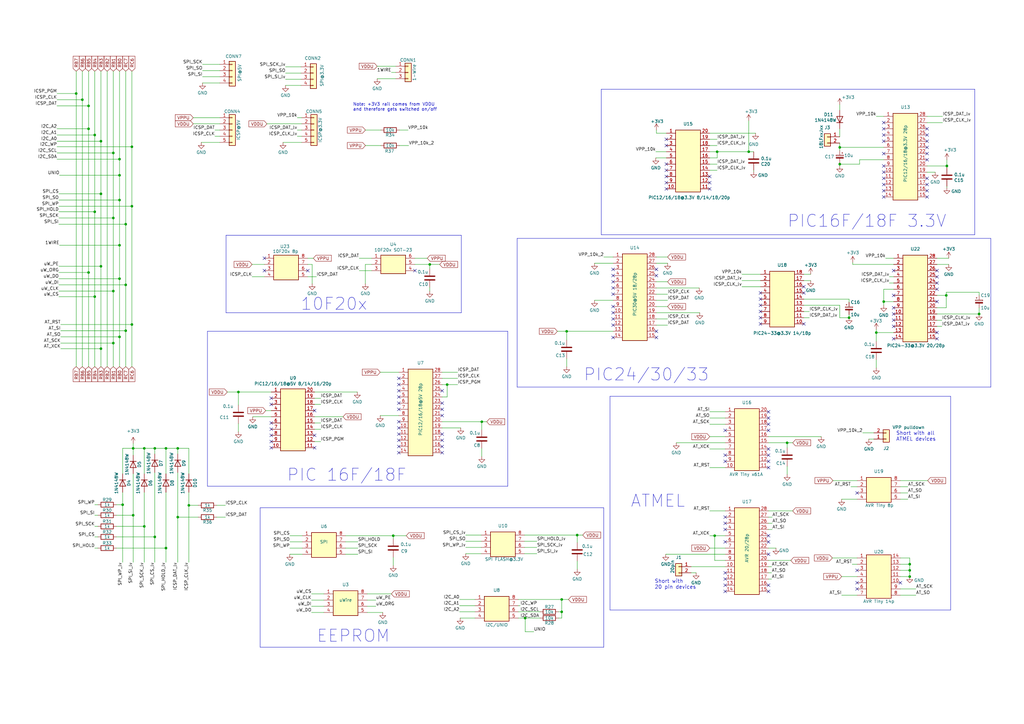
<source format=kicad_sch>
(kicad_sch (version 20230121) (generator eeschema)
  (paper "A3")
  (title_block (title "Openprog All-In-One") (date "2023-09-02") (rev "1.0") (company "by Stephen Gordon"))
  (junction (at 236.728 219.456))
  (junction (at 72.898 212.09))
  (junction (at 49.022 100.584))
  (junction (at 322.834 181.61))
  (junction (at 59.182 215.9))
  (junction (at 63.5 220.218))
  (junction (at 176.276 108.458))
  (junction (at 183.388 157.734))
  (junction (at 215.392 253.492))
  (junction (at 49.022 65.278))
  (junction (at 401.574 128.778))
  (junction (at 373.126 233.934))
  (junction (at 230.378 250.952))
  (junction (at 294.132 62.23))
  (junction (at 54.102 60.198))
  (junction (at 72.898 183.896))
  (junction (at 388.366 68.072))
  (junction (at 373.126 231.394))
  (junction (at 293.116 219.71))
  (junction (at 49.022 138.176))
  (junction (at 49.022 114.3))
  (junction (at 41.402 57.912))
  (junction (at 33.782 40.894))
  (junction (at 41.402 143.002))
  (junction (at 344.424 67.31))
  (junction (at 362.458 123.698))
  (junction (at 54.102 133.096))
  (junction (at 51.562 116.84))
  (junction (at 59.182 183.896))
  (junction (at 232.41 135.89))
  (junction (at 344.424 60.452))
  (junction (at 49.022 71.882))
  (junction (at 41.402 79.502))
  (junction (at 68.072 224.79))
  (junction (at 36.322 52.832))
  (junction (at 63.5 183.896))
  (junction (at 38.862 121.666))
  (junction (at 46.482 140.716))
  (junction (at 54.61 183.896))
  (junction (at 49.022 82.042))
  (junction (at 41.402 109.22))
  (junction (at 51.562 91.948))
  (junction (at 307.086 62.23))
  (junction (at 54.61 211.328))
  (junction (at 388.112 121.158))
  (junction (at 36.322 111.76))
  (junction (at 46.482 89.408))
  (junction (at 54.102 84.582))
  (junction (at 77.47 207.264))
  (junction (at 36.322 43.434))
  (junction (at 50.292 207.01))
  (junction (at 46.482 119.38))
  (junction (at 359.41 136.398))
  (junction (at 51.562 135.636))
  (junction (at 373.126 236.474))
  (junction (at 161.29 219.71))
  (junction (at 38.862 86.868))
  (junction (at 31.242 38.354))
  (junction (at 197.612 172.974))
  (junction (at 230.378 245.872))
  (junction (at 97.79 160.782))
  (junction (at 348.234 130.302))
  (junction (at 46.482 62.738))
  (junction (at 68.072 183.896))
  (junction (at 38.862 55.372))
  (no_connect (at 291.084 77.47))
  (no_connect (at 273.304 67.31))
  (no_connect (at 163.576 183.134))
  (no_connect (at 311.912 127.762))
  (no_connect (at 380.238 73.152))
  (no_connect (at 297.434 186.69))
  (no_connect (at 297.434 222.25))
  (no_connect (at 366.522 138.938))
  (no_connect (at 181.356 180.594))
  (no_connect (at 362.458 68.072))
  (no_connect (at 163.576 172.974))
  (no_connect (at 384.302 113.538))
  (no_connect (at 362.458 70.612))
  (no_connect (at 297.434 189.23))
  (no_connect (at 251.46 130.81))
  (no_connect (at 384.302 138.938))
  (no_connect (at 108.458 105.918))
  (no_connect (at 129.032 178.562))
  (no_connect (at 384.302 118.618))
  (no_connect (at 329.692 120.142))
  (no_connect (at 362.458 73.152))
  (no_connect (at 384.302 110.998))
  (no_connect (at 380.238 75.692))
  (no_connect (at 380.238 78.232))
  (no_connect (at 315.214 191.77))
  (no_connect (at 111.252 173.482))
  (no_connect (at 170.18 110.998))
  (no_connect (at 163.576 157.734))
  (no_connect (at 315.214 184.15))
  (no_connect (at 291.084 72.39))
  (no_connect (at 380.238 62.992))
  (no_connect (at 315.214 222.25))
  (no_connect (at 315.214 186.69))
  (no_connect (at 181.356 160.274))
  (no_connect (at 111.252 163.322))
  (no_connect (at 163.576 165.354))
  (no_connect (at 380.238 57.912))
  (no_connect (at 273.304 77.47))
  (no_connect (at 163.576 160.274))
  (no_connect (at 251.46 120.65))
  (no_connect (at 111.252 165.862))
  (no_connect (at 315.214 176.53))
  (no_connect (at 251.46 138.43))
  (no_connect (at 362.458 52.832))
  (no_connect (at 366.522 133.858))
  (no_connect (at 297.434 176.53))
  (no_connect (at 351.536 239.014))
  (no_connect (at 315.214 219.71))
  (no_connect (at 251.46 125.73))
  (no_connect (at 351.536 233.934))
  (no_connect (at 311.912 120.142))
  (no_connect (at 315.214 168.91))
  (no_connect (at 111.252 176.022))
  (no_connect (at 366.522 128.778))
  (no_connect (at 273.304 69.85))
  (no_connect (at 362.458 50.292))
  (no_connect (at 362.458 55.372))
  (no_connect (at 269.24 110.49))
  (no_connect (at 362.458 78.232))
  (no_connect (at 311.912 132.842))
  (no_connect (at 315.214 171.45))
  (no_connect (at 163.576 175.514))
  (no_connect (at 362.458 62.992))
  (no_connect (at 163.576 180.594))
  (no_connect (at 111.252 181.102))
  (no_connect (at 273.304 59.69))
  (no_connect (at 380.238 52.832))
  (no_connect (at 362.458 75.692))
  (no_connect (at 251.46 118.11))
  (no_connect (at 311.912 125.222))
  (no_connect (at 366.522 110.998))
  (no_connect (at 369.316 239.014))
  (no_connect (at 297.434 212.09))
  (no_connect (at 273.304 72.39))
  (no_connect (at 297.434 242.57))
  (no_connect (at 380.238 60.452))
  (no_connect (at 181.356 185.674))
  (no_connect (at 380.238 65.532))
  (no_connect (at 297.434 217.17))
  (no_connect (at 251.46 133.35))
  (no_connect (at 251.46 110.49))
  (no_connect (at 181.356 170.434))
  (no_connect (at 269.24 135.89))
  (no_connect (at 163.576 155.194))
  (no_connect (at 126.238 110.998))
  (no_connect (at 181.356 178.054))
  (no_connect (at 366.522 131.318))
  (no_connect (at 297.434 237.49))
  (no_connect (at 366.522 121.158))
  (no_connect (at 384.302 116.078))
  (no_connect (at 251.46 128.27))
  (no_connect (at 315.214 242.57))
  (no_connect (at 181.356 165.354))
  (no_connect (at 380.238 55.372))
  (no_connect (at 181.356 167.894))
  (no_connect (at 329.692 117.602))
  (no_connect (at 362.458 57.912))
  (no_connect (at 108.458 110.998))
  (no_connect (at 384.302 136.398))
  (no_connect (at 163.576 178.054))
  (no_connect (at 311.912 122.682))
  (no_connect (at 129.032 183.642))
  (no_connect (at 362.458 80.772))
  (no_connect (at 366.522 126.238))
  (no_connect (at 380.238 80.772))
  (no_connect (at 181.356 183.134))
  (no_connect (at 163.576 167.894))
  (no_connect (at 163.576 162.814))
  (no_connect (at 269.24 113.03))
  (no_connect (at 129.032 168.402))
  (no_connect (at 273.304 57.15))
  (no_connect (at 351.536 241.554))
  (no_connect (at 311.912 130.302))
  (no_connect (at 315.214 240.03))
  (no_connect (at 163.576 185.674))
  (no_connect (at 273.304 74.93))
  (no_connect (at 297.434 240.03))
  (no_connect (at 351.536 202.184))
  (no_connect (at 315.214 227.33))
  (no_connect (at 291.084 74.93))
  (no_connect (at 329.692 132.842))
  (no_connect (at 297.434 234.95))
  (no_connect (at 111.252 178.562))
  (no_connect (at 111.252 183.642))
  (no_connect (at 315.214 189.23))
  (no_connect (at 315.214 173.99))
  (no_connect (at 251.46 113.03))
  (no_connect (at 297.434 214.63))
  (no_connect (at 269.24 138.43))
  (no_connect (at 251.46 115.57))
  (no_connect (at 384.302 123.698))
  (wire (pts (xy 230.378 245.872) (xy 230.378 250.952)))
  (wire (pts (xy 161.29 219.71) (xy 161.29 220.98)))
  (wire (pts (xy 156.21 59.69) (xy 149.86 59.69)))
  (wire (pts (xy 88.9 207.264) (xy 92.456 207.264)))
  (wire (pts (xy 344.424 58.674) (xy 344.424 60.452)))
  (wire (pts (xy 369.316 202.184) (xy 372.364 202.184)))
  (wire (pts (xy 41.402 79.502) (xy 41.402 109.22)))
  (wire (pts (xy 349.504 231.394) (xy 351.536 231.394)))
  (wire (pts (xy 243.84 107.95) (xy 251.46 107.95)))
  (wire (pts (xy 362.458 123.698) (xy 366.522 123.698)))
  (wire (pts (xy 352.552 67.31) (xy 352.552 65.532)))
  (wire (pts (xy 369.316 231.394) (xy 373.126 231.394)))
  (wire (pts (xy 46.482 89.408) (xy 46.482 62.738)))
  (wire (pts (xy 369.316 236.474) (xy 373.126 236.474)))
  (wire (pts (xy 129.032 165.862) (xy 131.572 165.862)))
  (wire (pts (xy 318.262 224.79) (xy 315.214 224.79)))
  (wire (pts (xy 197.612 183.896) (xy 197.612 187.198)))
  (wire (pts (xy 273.812 107.95) (xy 269.24 107.95)))
  (wire (pts (xy 344.424 125.222) (xy 344.424 130.302)))
  (wire (pts (xy 77.47 183.896) (xy 77.47 194.31)))
  (wire (pts (xy 24.13 116.84) (xy 51.562 116.84)))
  (wire (pts (xy 344.424 42.926) (xy 344.424 45.212)))
  (wire (pts (xy 63.5 193.802) (xy 63.5 220.218)))
  (wire (pts (xy 72.898 212.09) (xy 72.898 230.632)))
  (wire (pts (xy 388.112 121.158) (xy 384.302 121.158)))
  (wire (pts (xy 329.692 125.222) (xy 344.424 125.222)))
  (wire (pts (xy 121.92 53.34) (xy 123.698 53.34)))
  (wire (pts (xy 49.022 71.882) (xy 49.022 65.278)))
  (wire (pts (xy 63.5 220.218) (xy 63.5 230.632)))
  (wire (pts (xy 59.182 201.93) (xy 59.182 215.9)))
  (wire (pts (xy 123.952 219.71) (xy 118.872 219.71)))
  (wire (pts (xy 315.214 217.17) (xy 316.738 217.17)))
  (wire (pts (xy 228.6 135.89) (xy 232.41 135.89)))
  (wire (pts (xy 50.292 201.93) (xy 50.292 207.01)))
  (wire (pts (xy 41.402 109.22) (xy 41.402 143.002)))
  (wire (pts (xy 23.368 40.894) (xy 33.782 40.894)))
  (wire (pts (xy 380.238 50.292) (xy 386.588 50.292)))
  (wire (pts (xy 72.898 183.896) (xy 72.898 186.182)))
  (wire (pts (xy 68.072 183.896) (xy 72.898 183.896)))
  (wire (pts (xy 194.818 250.952) (xy 188.468 250.952)))
  (wire (pts (xy 132.842 243.586) (xy 127.762 243.586)))
  (wire (pts (xy 54.102 84.582) (xy 54.102 133.096)))
  (wire (pts (xy 121.92 48.26) (xy 123.698 48.26)))
  (wire (pts (xy 329.692 122.682) (xy 348.234 122.682)))
  (wire (pts (xy 82.55 58.42) (xy 90.17 58.42)))
  (wire (pts (xy 176.276 108.458) (xy 180.34 108.458)))
  (wire (pts (xy 24.13 82.042) (xy 49.022 82.042)))
  (wire (pts (xy 291.084 224.79) (xy 297.434 224.79)))
  (wire (pts (xy 68.072 183.896) (xy 68.072 194.31)))
  (wire (pts (xy 38.862 121.666) (xy 38.862 150.368)))
  (wire (pts (xy 129.032 160.782) (xy 146.558 160.782)))
  (wire (pts (xy 132.842 246.126) (xy 127.762 246.126)))
  (wire (pts (xy 181.356 155.194) (xy 187.706 155.194)))
  (wire (pts (xy 79.248 48.26) (xy 90.17 48.26)))
  (wire (pts (xy 351.536 204.724) (xy 345.186 204.724)))
  (wire (pts (xy 116.078 58.42) (xy 123.698 58.42)))
  (wire (pts (xy 311.912 112.522) (xy 304.292 112.522)))
  (wire (pts (xy 123.444 27.432) (xy 117.094 27.432)))
  (wire (pts (xy 150.622 251.206) (xy 156.972 251.206)))
  (polyline (pts (xy 246.634 36.576) (xy 399.796 36.576)))
  (wire (pts (xy 348.996 199.644) (xy 351.536 199.644)))
  (wire (pts (xy 23.368 43.434) (xy 36.322 43.434)))
  (wire (pts (xy 212.598 250.952) (xy 221.488 250.952)))
  (wire (pts (xy 47.752 220.218) (xy 63.5 220.218)))
  (wire (pts (xy 344.424 67.31) (xy 344.424 68.072)))
  (wire (pts (xy 90.17 34.036) (xy 83.058 34.036)))
  (wire (pts (xy 194.818 245.872) (xy 188.468 245.872)))
  (wire (pts (xy 215.138 227.076) (xy 220.218 227.076)))
  (wire (pts (xy 269.24 120.65) (xy 273.812 120.65)))
  (wire (pts (xy 213.36 248.412) (xy 212.598 248.412)))
  (wire (pts (xy 388.112 119.888) (xy 388.112 121.158)))
  (wire (pts (xy 197.612 172.974) (xy 197.612 176.276)))
  (wire (pts (xy 315.214 212.09) (xy 316.738 212.09)))
  (wire (pts (xy 294.132 62.23) (xy 294.132 64.77)))
  (wire (pts (xy 126.238 108.458) (xy 128.016 108.458)))
  (wire (pts (xy 294.132 62.23) (xy 307.086 62.23)))
  (wire (pts (xy 291.084 67.31) (xy 294.132 67.31)))
  (wire (pts (xy 155.956 152.654) (xy 163.576 152.654)))
  (wire (pts (xy 229.108 250.952) (xy 230.378 250.952)))
  (wire (pts (xy 49.022 100.584) (xy 24.384 100.584)))
  (wire (pts (xy 351.536 244.094) (xy 345.186 244.094)))
  (polyline (pts (xy 92.71 128.27) (xy 92.71 96.52)))
  (wire (pts (xy 81.28 212.09) (xy 72.898 212.09)))
  (wire (pts (xy 197.358 221.996) (xy 191.008 221.996)))
  (wire (pts (xy 344.424 60.452) (xy 344.424 61.722)))
  (wire (pts (xy 90.17 28.956) (xy 83.058 28.956)))
  (wire (pts (xy 344.424 60.452) (xy 362.458 60.452)))
  (wire (pts (xy 46.482 62.738) (xy 46.482 29.21)))
  (wire (pts (xy 108.966 168.402) (xy 111.252 168.402)))
  (wire (pts (xy 283.464 234.95) (xy 285.496 234.95)))
  (wire (pts (xy 236.728 219.456) (xy 236.728 222.504)))
  (wire (pts (xy 54.61 183.896) (xy 59.182 183.896)))
  (wire (pts (xy 369.316 199.644) (xy 372.364 199.644)))
  (wire (pts (xy 175.26 105.918) (xy 170.18 105.918)))
  (wire (pts (xy 40.132 211.328) (xy 38.862 211.328)))
  (wire (pts (xy 40.132 207.01) (xy 38.862 207.01)))
  (polyline (pts (xy 250.19 162.56) (xy 250.19 250.19)))
  (wire (pts (xy 230.378 245.872) (xy 233.172 245.872)))
  (wire (pts (xy 230.378 250.952) (xy 230.378 253.492)))
  (wire (pts (xy 141.732 224.79) (xy 146.812 224.79)))
  (wire (pts (xy 38.862 86.868) (xy 38.862 121.666)))
  (wire (pts (xy 123.952 222.25) (xy 118.872 222.25)))
  (wire (pts (xy 324.358 229.87) (xy 315.214 229.87)))
  (wire (pts (xy 380.238 68.072) (xy 388.366 68.072)))
  (wire (pts (xy 344.424 67.31) (xy 352.552 67.31)))
  (wire (pts (xy 344.424 52.832) (xy 344.424 56.134)))
  (wire (pts (xy 369.316 197.104) (xy 380.492 197.104)))
  (wire (pts (xy 163.83 59.69) (xy 167.64 59.69)))
  (wire (pts (xy 359.41 135.128) (xy 359.41 136.398)))
  (wire (pts (xy 129.032 181.102) (xy 131.572 181.102)))
  (wire (pts (xy 170.18 108.458) (xy 176.276 108.458)))
  (wire (pts (xy 24.892 135.636) (xy 51.562 135.636)))
  (wire (pts (xy 329.692 115.062) (xy 332.486 115.062)))
  (wire (pts (xy 63.5 183.896) (xy 63.5 186.182)))
  (wire (pts (xy 23.368 55.372) (xy 38.862 55.372)))
  (wire (pts (xy 291.084 171.45) (xy 297.434 171.45)))
  (wire (pts (xy 24.892 133.096) (xy 54.102 133.096)))
  (wire (pts (xy 49.022 100.584) (xy 49.022 82.042)))
  (wire (pts (xy 162.306 27.178) (xy 154.686 27.178)))
  (wire (pts (xy 152.4 110.998) (xy 147.32 110.998)))
  (wire (pts (xy 33.782 29.21) (xy 33.782 40.894)))
  (wire (pts (xy 341.63 197.104) (xy 351.536 197.104)))
  (wire (pts (xy 162.306 32.258) (xy 154.686 32.258)))
  (wire (pts (xy 181.356 172.974) (xy 197.612 172.974)))
  (wire (pts (xy 325.12 209.55) (xy 315.214 209.55)))
  (wire (pts (xy 401.574 119.888) (xy 388.112 119.888)))
  (wire (pts (xy 341.376 228.854) (xy 351.536 228.854)))
  (polyline (pts (xy 92.71 96.52) (xy 189.23 96.52)))
  (polyline (pts (xy 247.65 208.28) (xy 247.65 265.43)))
  (wire (pts (xy 277.368 181.61) (xy 297.434 181.61)))
  (wire (pts (xy 123.952 224.79) (xy 118.872 224.79)))
  (wire (pts (xy 369.316 244.094) (xy 375.666 244.094)))
  (wire (pts (xy 47.752 224.79) (xy 68.072 224.79)))
  (wire (pts (xy 51.562 116.84) (xy 51.562 135.636)))
  (wire (pts (xy 307.086 49.53) (xy 307.086 62.23)))
  (wire (pts (xy 215.392 253.492) (xy 221.488 253.492)))
  (wire (pts (xy 388.112 121.158) (xy 388.112 126.238)))
  (wire (pts (xy 31.242 29.21) (xy 31.242 38.354)))
  (wire (pts (xy 24.13 119.38) (xy 46.482 119.38)))
  (wire (pts (xy 23.368 57.912) (xy 41.402 57.912)))
  (wire (pts (xy 24.13 109.22) (xy 41.402 109.22)))
  (wire (pts (xy 72.898 193.802) (xy 72.898 212.09)))
  (wire (pts (xy 43.942 29.21) (xy 43.942 150.368)))
  (wire (pts (xy 161.29 228.6) (xy 161.29 231.902)))
  (wire (pts (xy 297.434 173.99) (xy 291.084 173.99)))
  (wire (pts (xy 46.482 140.716) (xy 24.892 140.716)))
  (wire (pts (xy 212.598 253.492) (xy 215.392 253.492)))
  (wire (pts (xy 359.41 136.398) (xy 366.522 136.398)))
  (wire (pts (xy 373.126 233.934) (xy 373.126 236.474)))
  (wire (pts (xy 47.752 215.9) (xy 59.182 215.9)))
  (wire (pts (xy 117.094 32.512) (xy 123.444 32.512)))
  (wire (pts (xy 36.322 111.76) (xy 36.322 150.368)))
  (wire (pts (xy 232.41 147.066) (xy 232.41 150.368)))
  (wire (pts (xy 31.242 38.354) (xy 31.242 150.368)))
  (wire (pts (xy 359.41 136.398) (xy 359.41 139.954)))
  (wire (pts (xy 380.238 70.612) (xy 383.54 70.612)))
  (wire (pts (xy 247.65 105.41) (xy 251.46 105.41)))
  (wire (pts (xy 54.61 194.31) (xy 54.61 211.328)))
  (wire (pts (xy 54.61 211.328) (xy 54.61 230.632)))
  (wire (pts (xy 356.362 180.086) (xy 358.394 180.086)))
  (wire (pts (xy 24.13 91.948) (xy 51.562 91.948)))
  (wire (pts (xy 47.752 207.01) (xy 50.292 207.01)))
  (wire (pts (xy 187.706 152.654) (xy 181.356 152.654)))
  (wire (pts (xy 108.458 113.538) (xy 103.378 113.538)))
  (wire (pts (xy 316.738 214.63) (xy 315.214 214.63)))
  (wire (pts (xy 41.402 79.502) (xy 41.402 57.912)))
  (wire (pts (xy 141.732 222.25) (xy 146.812 222.25)))
  (wire (pts (xy 373.126 228.854) (xy 373.126 231.394)))
  (wire (pts (xy 54.102 60.198) (xy 54.102 29.21)))
  (wire (pts (xy 181.356 157.734) (xy 183.388 157.734)))
  (wire (pts (xy 33.782 40.894) (xy 33.782 150.368)))
  (wire (pts (xy 36.322 43.434) (xy 36.322 52.832)))
  (wire (pts (xy 111.252 170.942) (xy 103.632 170.942)))
  (wire (pts (xy 24.13 84.582) (xy 54.102 84.582)))
  (wire (pts (xy 273.304 62.23) (xy 268.986 62.23)))
  (wire (pts (xy 297.434 219.71) (xy 293.116 219.71)))
  (wire (pts (xy 401.574 119.888) (xy 401.574 121.158)))
  (wire (pts (xy 129.032 170.942) (xy 140.716 170.942)))
  (wire (pts (xy 230.378 253.492) (xy 229.108 253.492)))
  (wire (pts (xy 40.132 215.9) (xy 38.862 215.9)))
  (wire (pts (xy 194.818 248.412) (xy 188.468 248.412)))
  (wire (pts (xy 23.368 52.832) (xy 36.322 52.832)))
  (wire (pts (xy 129.032 163.322) (xy 131.572 163.322)))
  (wire (pts (xy 183.388 162.814) (xy 181.356 162.814)))
  (polyline (pts (xy 406.4 158.75) (xy 212.09 158.75)))
  (wire (pts (xy 51.562 29.21) (xy 51.562 91.948)))
  (wire (pts (xy 273.05 227.33) (xy 297.434 227.33)))
  (wire (pts (xy 215.138 224.536) (xy 220.218 224.536)))
  (wire (pts (xy 126.238 105.918) (xy 128.524 105.918)))
  (wire (pts (xy 24.384 71.882) (xy 49.022 71.882)))
  (wire (pts (xy 293.116 229.87) (xy 297.434 229.87)))
  (wire (pts (xy 123.444 29.972) (xy 117.094 29.972)))
  (wire (pts (xy 129.032 173.482) (xy 131.572 173.482)))
  (wire (pts (xy 297.434 184.15) (xy 291.084 184.15)))
  (wire (pts (xy 329.692 130.302) (xy 331.978 130.302)))
  (wire (pts (xy 49.022 100.584) (xy 49.022 114.3)))
  (wire (pts (xy 54.102 133.096) (xy 54.102 150.368)))
  (wire (pts (xy 183.388 157.734) (xy 187.706 157.734)))
  (wire (pts (xy 215.392 253.492) (xy 215.392 259.08)))
  (wire (pts (xy 141.732 219.71) (xy 161.29 219.71)))
  (wire (pts (xy 291.084 59.69) (xy 294.132 59.69)))
  (wire (pts (xy 59.182 183.896) (xy 63.5 183.896)))
  (wire (pts (xy 155.956 170.434) (xy 163.576 170.434)))
  (wire (pts (xy 150.622 246.126) (xy 154.178 246.126)))
  (wire (pts (xy 215.138 219.456) (xy 236.728 219.456)))
  (wire (pts (xy 273.812 115.57) (xy 269.24 115.57)))
  (wire (pts (xy 197.358 224.536) (xy 191.008 224.536)))
  (wire (pts (xy 291.084 69.85) (xy 294.132 69.85)))
  (wire (pts (xy 293.116 219.71) (xy 291.084 219.71)))
  (wire (pts (xy 291.084 62.23) (xy 294.132 62.23)))
  (wire (pts (xy 322.834 181.61) (xy 315.214 181.61)))
  (wire (pts (xy 212.598 245.872) (xy 230.378 245.872)))
  (wire (pts (xy 176.276 108.458) (xy 176.276 110.236)))
  (wire (pts (xy 273.304 54.61) (xy 269.24 54.61)))
  (wire (pts (xy 283.464 232.41) (xy 297.434 232.41)))
  (wire (pts (xy 362.458 118.618) (xy 362.458 123.698)))
  (wire (pts (xy 364.744 116.078) (xy 366.522 116.078)))
  (wire (pts (xy 322.834 181.61) (xy 322.834 183.642)))
  (wire (pts (xy 23.368 60.198) (xy 54.102 60.198)))
  (wire (pts (xy 345.186 236.474) (xy 351.536 236.474)))
  (polyline (pts (xy 85.09 199.39) (xy 85.09 135.89)))
  (wire (pts (xy 349.758 107.696) (xy 349.758 108.458)))
  (wire (pts (xy 388.366 76.454) (xy 388.366 76.962)))
  (wire (pts (xy 24.892 143.002) (xy 41.402 143.002)))
  (wire (pts (xy 121.92 55.88) (xy 123.698 55.88)))
  (wire (pts (xy 197.358 227.076) (xy 191.008 227.076)))
  (polyline (pts (xy 389.89 162.56) (xy 250.19 162.56)))
  (wire (pts (xy 183.388 157.734) (xy 183.388 162.814)))
  (wire (pts (xy 24.13 111.76) (xy 36.322 111.76)))
  (wire (pts (xy 286.766 118.11) (xy 269.24 118.11)))
  (wire (pts (xy 273.812 123.19) (xy 269.24 123.19)))
  (wire (pts (xy 373.126 231.394) (xy 373.126 233.934)))
  (polyline (pts (xy 406.4 97.79) (xy 406.4 158.75)))
  (wire (pts (xy 291.084 179.07) (xy 297.434 179.07)))
  (wire (pts (xy 46.482 89.408) (xy 46.482 119.38)))
  (wire (pts (xy 336.804 179.07) (xy 315.214 179.07)))
  (wire (pts (xy 132.842 248.666) (xy 127.762 248.666)))
  (wire (pts (xy 49.022 65.278) (xy 49.022 29.21)))
  (wire (pts (xy 38.862 220.218) (xy 40.132 220.218)))
  (wire (pts (xy 93.218 160.782) (xy 97.79 160.782)))
  (wire (pts (xy 77.47 207.264) (xy 77.47 230.632)))
  (wire (pts (xy 129.794 113.538) (xy 126.238 113.538)))
  (wire (pts (xy 366.522 113.538) (xy 364.744 113.538)))
  (wire (pts (xy 163.83 53.34) (xy 167.386 53.34)))
  (polyline (pts (xy 106.68 208.28) (xy 247.65 208.28)))
  (polyline (pts (xy 106.68 265.43) (xy 106.68 208.28)))
  (wire (pts (xy 291.084 64.77) (xy 294.132 64.77)))
  (wire (pts (xy 316.484 234.95) (xy 315.214 234.95)))
  (wire (pts (xy 388.366 68.834) (xy 388.366 68.072)))
  (wire (pts (xy 293.116 229.87) (xy 293.116 219.71)))
  (wire (pts (xy 77.47 207.264) (xy 81.28 207.264)))
  (wire (pts (xy 46.482 119.38) (xy 46.482 140.716)))
  (wire (pts (xy 128.016 116.332) (xy 128.016 108.458)))
  (wire (pts (xy 369.316 204.724) (xy 372.364 204.724)))
  (wire (pts (xy 23.368 62.738) (xy 46.482 62.738)))
  (wire (pts (xy 304.292 117.602) (xy 311.912 117.602)))
  (wire (pts (xy 129.032 176.022) (xy 131.572 176.022)))
  (wire (pts (xy 273.812 105.41) (xy 269.24 105.41)))
  (wire (pts (xy 344.424 130.302) (xy 348.234 130.302)))
  (polyline (pts (xy 208.28 199.39) (xy 85.09 199.39)))
  (wire (pts (xy 369.316 233.934) (xy 373.126 233.934)))
  (wire (pts (xy 41.402 143.002) (xy 41.402 150.368)))
  (wire (pts (xy 88.138 55.88) (xy 90.17 55.88)))
  (wire (pts (xy 161.29 219.71) (xy 166.624 219.71)))
  (wire (pts (xy 90.17 31.496) (xy 83.058 31.496)))
  (polyline (pts (xy 399.796 96.266) (xy 246.634 96.266)))
  (wire (pts (xy 236.728 230.124) (xy 236.728 233.426)))
  (wire (pts (xy 307.086 62.23) (xy 309.118 62.23)))
  (wire (pts (xy 388.112 126.238) (xy 384.302 126.238)))
  (wire (pts (xy 359.41 147.574) (xy 359.41 150.876)))
  (polyline (pts (xy 250.19 250.19) (xy 389.89 250.19)))
  (wire (pts (xy 322.834 181.61) (xy 325.12 181.61)))
  (wire (pts (xy 36.322 52.832) (xy 36.322 111.76)))
  (wire (pts (xy 97.79 173.736) (xy 97.79 177.038)))
  (wire (pts (xy 269.24 53.34) (xy 269.24 54.61)))
  (polyline (pts (xy 399.796 36.576) (xy 399.796 96.266)))
  (wire (pts (xy 269.24 130.81) (xy 273.812 130.81)))
  (wire (pts (xy 36.322 29.21) (xy 36.322 43.434)))
  (wire (pts (xy 47.752 211.328) (xy 54.61 211.328)))
  (wire (pts (xy 149.86 53.34) (xy 156.21 53.34)))
  (wire (pts (xy 359.41 47.752) (xy 362.458 47.752)))
  (wire (pts (xy 362.458 118.618) (xy 366.522 118.618)))
  (wire (pts (xy 297.434 168.91) (xy 291.084 168.91)))
  (wire (pts (xy 79.248 50.8) (xy 90.17 50.8)))
  (wire (pts (xy 68.072 201.93) (xy 68.072 224.79)))
  (wire (pts (xy 150.622 243.586) (xy 160.528 243.586)))
  (polyline (pts (xy 246.634 96.266) (xy 246.634 36.576)))
  (wire (pts (xy 273.304 64.77) (xy 268.986 64.77)))
  (wire (pts (xy 54.61 181.864) (xy 54.61 183.896)))
  (wire (pts (xy 123.952 227.33) (xy 118.872 227.33)))
  (polyline (pts (xy 208.28 135.89) (xy 208.28 199.39)))
  (wire (pts (xy 59.182 183.896) (xy 59.182 194.31)))
  (wire (pts (xy 273.812 133.35) (xy 269.24 133.35)))
  (wire (pts (xy 363.22 105.918) (xy 366.522 105.918)))
  (wire (pts (xy 352.552 65.532) (xy 362.458 65.532)))
  (wire (pts (xy 24.13 114.3) (xy 49.022 114.3)))
  (wire (pts (xy 63.5 183.896) (xy 68.072 183.896)))
  (wire (pts (xy 315.214 237.49) (xy 316.484 237.49)))
  (wire (pts (xy 72.898 183.896) (xy 77.47 183.896)))
  (wire (pts (xy 304.292 115.062) (xy 311.912 115.062)))
  (wire (pts (xy 309.118 69.85) (xy 309.118 70.358)))
  (wire (pts (xy 46.482 140.716) (xy 46.482 150.368)))
  (wire (pts (xy 51.562 91.948) (xy 51.562 116.84)))
  (wire (pts (xy 215.138 221.996) (xy 220.218 221.996)))
  (wire (pts (xy 77.47 201.93) (xy 77.47 207.264)))
  (wire (pts (xy 24.13 79.502) (xy 41.402 79.502)))
  (wire (pts (xy 41.402 29.21) (xy 41.402 57.912)))
  (wire (pts (xy 90.17 26.416) (xy 83.058 26.416)))
  (polyline (pts (xy 389.89 162.56) (xy 389.89 250.19)))
  (wire (pts (xy 291.084 54.61) (xy 309.88 54.61)))
  (wire (pts (xy 49.022 114.3) (xy 49.022 138.176)))
  (wire (pts (xy 362.458 125.222) (xy 362.458 123.698)))
  (wire (pts (xy 88.138 53.34) (xy 90.17 53.34)))
  (wire (pts (xy 329.692 127.762) (xy 331.978 127.762)))
  (wire (pts (xy 49.022 82.042) (xy 49.022 71.882)))
  (wire (pts (xy 24.13 89.408) (xy 46.482 89.408)))
  (wire (pts (xy 23.368 38.354) (xy 31.242 38.354)))
  (wire (pts (xy 344.424 66.802) (xy 344.424 67.31)))
  (polyline (pts (xy 212.09 158.75) (xy 212.09 97.79)))
  (wire (pts (xy 232.41 135.89) (xy 232.41 139.446)))
  (wire (pts (xy 97.79 160.782) (xy 97.79 166.116)))
  (wire (pts (xy 384.302 108.458) (xy 389.128 108.458)))
  (wire (pts (xy 38.862 29.21) (xy 38.862 55.372)))
  (wire (pts (xy 50.292 183.896) (xy 54.61 183.896)))
  (wire (pts (xy 97.79 160.782) (xy 111.252 160.782)))
  (wire (pts (xy 162.306 29.718) (xy 160.528 29.718)))
  (wire (pts (xy 269.24 128.27) (xy 287.02 128.27)))
  (wire (pts (xy 384.302 131.318) (xy 386.334 131.318)))
  (wire (pts (xy 152.4 105.918) (xy 147.32 105.918)))
  (wire (pts (xy 109.474 50.8) (xy 123.698 50.8)))
  (wire (pts (xy 291.084 209.55) (xy 297.434 209.55)))
  (wire (pts (xy 188.976 175.514) (xy 181.356 175.514)))
  (wire (pts (xy 50.292 194.31) (xy 50.292 183.896)))
  (wire (pts (xy 23.368 65.278) (xy 49.022 65.278)))
  (wire (pts (xy 40.132 224.79) (xy 38.862 224.79)))
  (wire (pts (xy 315.214 232.41) (xy 316.484 232.41)))
  (polyline (pts (xy 212.09 97.79) (xy 406.4 97.79)))
  (wire (pts (xy 369.316 228.854) (xy 373.126 228.854)))
  (polyline (pts (xy 247.65 265.43) (xy 106.68 265.43)))
  (wire (pts (xy 384.302 133.858) (xy 386.334 133.858)))
  (wire (pts (xy 401.574 126.238) (xy 401.574 128.778)))
  (wire (pts (xy 49.022 138.176) (xy 49.022 150.368)))
  (wire (pts (xy 54.102 84.582) (xy 54.102 60.198)))
  (wire (pts (xy 150.622 248.666) (xy 154.178 248.666)))
  (wire (pts (xy 199.644 172.974) (xy 197.612 172.974)))
  (wire (pts (xy 54.61 183.896) (xy 54.61 186.69)))
  (wire (pts (xy 117.094 35.052) (xy 123.444 35.052)))
  (wire (pts (xy 92.456 212.09) (xy 88.9 212.09)))
  (wire (pts (xy 388.366 65.532) (xy 388.366 68.072)))
  (wire (pts (xy 51.562 135.636) (xy 51.562 150.368)))
  (wire (pts (xy 353.822 177.546) (xy 358.394 177.546)))
  (wire (pts (xy 149.86 116.332) (xy 149.86 108.458)))
  (wire (pts (xy 369.316 241.554) (xy 375.666 241.554)))
  (wire (pts (xy 384.302 128.778) (xy 401.574 128.778)))
  (wire (pts (xy 322.834 191.262) (xy 322.834 194.564)))
  (polyline (pts (xy 189.23 128.27) (xy 92.71 128.27)))
  (wire (pts (xy 348.234 129.032) (xy 348.234 130.302)))
  (wire (pts (xy 50.292 207.01) (xy 50.292 230.632)))
  (wire (pts (xy 349.758 108.458) (xy 366.522 108.458)))
  (wire (pts (xy 243.84 123.19) (xy 251.46 123.19)))
  (wire (pts (xy 348.234 122.682) (xy 348.234 123.952)))
  (wire (pts (xy 232.41 135.89) (xy 251.46 135.89)))
  (wire (pts (xy 149.86 108.458) (xy 152.4 108.458)))
  (polyline (pts (xy 189.23 96.52) (xy 189.23 128.27)))
  (wire (pts (xy 386.588 47.752) (xy 380.238 47.752)))
  (wire (pts (xy 108.458 108.458) (xy 103.378 108.458)))
  (wire (pts (xy 291.084 191.77) (xy 297.434 191.77)))
  (wire (pts (xy 141.732 227.33) (xy 146.812 227.33)))
  (wire (pts (xy 38.862 86.868) (xy 38.862 55.372)))
  (wire (pts (xy 329.692 112.522) (xy 332.486 112.522)))
  (wire (pts (xy 291.084 57.15) (xy 294.132 57.15)))
  (wire (pts (xy 24.13 121.666) (xy 38.862 121.666)))
  (wire (pts (xy 24.13 86.868) (xy 38.862 86.868)))
  (wire (pts (xy 132.842 251.206) (xy 127.762 251.206)))
  (polyline (pts (xy 85.09 135.89) (xy 208.28 135.89)))
  (wire (pts (xy 188.722 253.492) (xy 194.818 253.492)))
  (wire (pts (xy 24.892 138.176) (xy 49.022 138.176)))
  (wire (pts (xy 389.128 105.918) (xy 384.302 105.918)))
  (wire (pts (xy 68.072 224.79) (xy 68.072 230.632)))
  (wire (pts (xy 197.358 219.456) (xy 191.008 219.456)))
  (wire (pts (xy 273.812 125.73) (xy 269.24 125.73)))
  (wire (pts (xy 59.182 215.9) (xy 59.182 230.632)))
  (wire (pts (xy 215.392 259.08) (xy 218.948 259.08)))
  (wire (pts (xy 176.276 117.856) (xy 176.276 119.38)))
  (wire (pts (xy 239.014 219.456) (xy 236.728 219.456)))
  (text "Short with all\nATMEL devices" (at 367.538 181.102 0) (effects (font (size 1.4986 1.4986)) (justify left bottom)))
  (text "Note: +3V3 rail comes from VDDU\nand therefore gets switched on/off" (at 144.78 45.72 0) (effects (font (size 1.27 1.27)) (justify left bottom)))
  (text "PIC16F/18F 3.3V" (at 322.834 93.726 0) (effects (font (size 5.0038 5.0038)) (justify left bottom)))
  (text "10F20x" (at 123.19 127.762 0) (effects (font (size 5.0038 5.0038)) (justify left bottom)))
  (text "EEPROM" (at 129.794 263.906 0) (effects (font (size 5.0038 5.0038)) (justify left bottom)))
  (text "Short with \n20 pin devices" (at 268.478 241.808 0) (effects (font (size 1.4986 1.4986)) (justify left bottom)))
  (text "PIC24/30/33" (at 239.268 156.718 0) (effects (font (size 5.0038 5.0038)) (justify left bottom)))
  (text "PIC 16F/18F" (at 117.602 197.866 0) (effects (font (size 5.0038 5.0038)) (justify left bottom)))
  (text "ATMEL" (at 258.572 208.534 0) (effects (font (size 5.0038 5.0038)) (justify left bottom)))
  (label "I2C_A1" (at 188.468 248.412 180))
  (label "ICSP_DAT" (at 187.706 152.654 0))
  (label "ICSP_CLK" (at 88.138 55.88 180))
  (label "SPI_SCK_lv" (at 220.218 224.536 0))
  (label "ICSP_CLK" (at 92.456 207.264 0))
  (label "VPP_10k" (at 167.386 53.34 0))
  (label "SPI_WP" (at 38.862 207.01 180))
  (label "SPI_WP" (at 24.13 84.582 180))
  (label "I2C_WP" (at 23.368 60.198 180))
  (label "ICSP_DAT_lv" (at 121.92 53.34 180))
  (label "I2C_SDA" (at 23.368 65.278 180))
  (label "ICSP_CLK" (at 23.368 40.894 180))
  (label "ICSP_DAT" (at 129.794 113.538 0))
  (label "ICSP_CLK_lv" (at 386.334 131.318 0))
  (label "AT_RST" (at 349.504 231.394 180))
  (label "ICSP_DAT_lv" (at 331.978 130.302 0))
  (label "ICSP_CLK_lv" (at 364.744 116.078 180))
  (label "AT_SI" (at 291.084 168.91 180))
  (label "AT_SO" (at 24.892 138.176 180))
  (label "SPI_SCK_lv" (at 59.182 230.632 270))
  (label "uW_CS" (at 24.13 121.666 180))
  (label "SPI_SI_lv" (at 54.61 230.632 270))
  (label "I2C_A1" (at 23.368 55.372 180))
  (label "SPI_SCK" (at 146.812 224.79 0))
  (label "SPI_SI" (at 146.812 227.33 0))
  (label "UNIO" (at 24.384 71.882 180))
  (label "ICSP_DAT" (at 273.812 123.19 0))
  (label "ICSP_CLK_lv" (at 77.47 230.632 270))
  (label "AT_SI" (at 24.892 135.636 180))
  (label "uW_DI" (at 127.762 248.666 180))
  (label "SPI_SCK" (at 83.058 26.416 180))
  (label "ICSP_CLK" (at 273.812 130.81 0))
  (label "ICSP_DAT_lv" (at 72.898 230.632 270))
  (label "ICSP_CLK" (at 103.378 113.538 180))
  (label "ICSP_DAT_lv" (at 294.132 57.15 0))
  (label "ICSP_DAT_lv" (at 386.334 133.858 0))
  (label "VPP_10k" (at 363.22 105.918 180))
  (label "ICSP_PGM" (at 187.706 157.734 0))
  (label "SPI_CS" (at 118.872 219.71 180))
  (label "SPI_SO" (at 24.13 82.042 180))
  (label "AT_RST" (at 24.892 133.096 180))
  (label "VPP_10k" (at 121.92 48.26 180))
  (label "SPI_SO" (at 83.058 28.956 180))
  (label "ICSP_DAT" (at 131.572 163.322 0))
  (label "AT_SCK" (at 316.738 212.09 0))
  (label "uW_PE" (at 24.13 109.22 180))
  (label "I2C_A0" (at 188.468 245.872 180))
  (label "SPI_SO" (at 118.872 222.25 180))
  (label "I2C_WP" (at 213.36 248.412 0))
  (label "ICSP_CLK_lv" (at 331.978 127.762 0))
  (label "SPI_SO" (at 117.094 29.972 180))
  (label "uW_PE" (at 154.178 246.126 0))
  (label "SPI_WP_lv" (at 50.292 230.632 270))
  (label "AT_SI" (at 372.364 204.724 0))
  (label "ICSP_PGM" (at 131.572 181.102 0))
  (label "ICSP_CLK_lv" (at 294.132 69.85 0))
  (label "1WIRE" (at 24.384 100.584 180))
  (label "I2C_A0" (at 23.368 57.912 180))
  (label "ICSP_CLK" (at 131.572 176.022 0))
  (label "AT_SCK" (at 316.484 232.41 0))
  (label "AT_SO" (at 375.666 244.094 0))
  (label "ICSP_DAT" (at 273.812 133.35 0))
  (label "ICSP_CLK_lv" (at 121.92 55.88 180))
  (label "VPP_10k_2" (at 167.64 59.69 0))
  (label "ICSP_DAT_lv" (at 294.132 67.31 0))
  (label "AT_SO" (at 291.084 171.45 180))
  (label "AT_XCK" (at 291.084 219.71 180))
  (label "AT_XCK" (at 291.084 184.15 180))
  (label "1WIRE" (at 160.528 29.718 180))
  (label "VPP_10k" (at 359.41 47.752 180))
  (label "VPP_10k" (at 268.986 62.23 180))
  (label "ICSP_CLK_lv" (at 294.132 59.69 0))
  (label "ICSP_CLK" (at 147.32 110.998 180))
  (label "SPI_SI_lv" (at 117.094 32.512 180))
  (label "uW_CS" (at 127.762 243.586 180))
  (label "ICSP_DAT" (at 92.456 212.09 0))
  (label "SPI_SO" (at 191.008 221.996 180))
  (label "ICSP_DAT" (at 23.368 43.434 180))
  (label "AT_SO" (at 316.484 234.95 0))
  (label "VPP_10k_2" (at 247.65 105.41 180))
  (label "AT_XCK" (at 24.892 143.002 180))
  (label "AT_SI" (at 345.186 244.094 180))
  (label "AT_RST" (at 291.084 191.77 180))
  (label "AT_SO" (at 372.364 202.184 0))
  (label "AT_RST" (at 291.084 209.55 180))
  (label "AT_SCK" (at 24.892 140.716 180))
  (label "ICSP_CLK_lv" (at 304.292 117.602 180))
  (label "SPI_WP_lv" (at 191.008 224.536 180))
  (label "SPI_CS" (at 38.862 220.218 180))
  (label "uW_DI" (at 24.13 116.84 180))
  (label "SPI_CS_lv" (at 191.008 219.456 180))
  (label "ICSP_DAT" (at 88.138 53.34 180))
  (label "ICSP_CLK" (at 273.812 120.65 0))
  (label "SPI_HOLD" (at 146.812 222.25 0))
  (label "uW_ORG" (at 24.13 111.76 180))
  (label "SPI_WP" (at 118.872 224.79 180))
  (label "AT_SCK" (at 375.666 241.554 0))
  (label "ICSP_PGM" (at 23.368 38.354 180))
  (label "VPP_10k" (at 304.292 112.522 180))
  (label "I2C_SDA" (at 213.36 253.492 0))
  (label "UNIO" (at 218.948 259.08 0))
  (label "VPP_10k_2" (at 353.822 177.546 180))
  (label "AT_SCK" (at 372.364 199.644 0))
  (label "AT_RST" (at 348.996 199.644 180))
  (label "SPI_SCK_lv" (at 117.094 27.432 180))
  (label "uW_CLK" (at 24.13 119.38 180))
  (label "uW_DO" (at 127.762 251.206 180))
  (label "SPI_HOLD" (at 24.13 86.868 180))
  (label "ICSP_DAT" (at 147.32 105.918 180))
  (label "I2C_SCL" (at 23.368 62.738 180))
  (label "ICSP_DAT_lv" (at 386.588 47.752 0))
  (label "SPI_SI_lv" (at 220.218 227.076 0))
  (label "uW_CLK" (at 127.762 246.126 180))
  (label "ICSP_CLK" (at 131.572 165.862 0))
  (label "SPI_SCK" (at 24.13 89.408 180))
  (label "SPI_CS_lv" (at 63.5 230.632 270))
  (label "AT_SI" (at 316.738 217.17 0))
  (label "SPI_SI" (at 24.13 91.948 180))
  (label "SPI_HOLD_lv" (at 220.218 221.996 0))
  (label "SPI_CS" (at 24.13 79.502 180))
  (label "SPI_HOLD_lv" (at 68.072 230.632 270))
  (label "AT_SO" (at 316.738 214.63 0))
  (label "ICSP_DAT" (at 131.572 173.482 0))
  (label "AT_SCK" (at 291.084 173.99 180))
  (label "uW_ORG" (at 154.178 248.666 0))
  (label "ICSP_DAT_lv" (at 304.292 115.062 180))
  (label "SPI_SCK" (at 38.862 215.9 180))
  (label "I2C_SCL" (at 213.36 250.952 0))
  (label "ICSP_CLK" (at 187.706 155.194 0))
  (label "SPI_SI" (at 83.058 31.496 180))
  (label "SPI_HOLD" (at 38.862 224.79 180))
  (label "ICSP_CLK_lv" (at 386.588 50.292 0))
  (label "uW_DO" (at 24.13 114.3 180))
  (label "I2C_A2" (at 23.368 52.832 180))
  (label "I2C_A2" (at 188.468 250.952 180))
  (label "ICSP_DAT_lv" (at 364.744 113.538 180))
  (label "AT_SI" (at 316.484 237.49 0))
  (label "SPI_SI" (at 38.862 211.328 180))
  (global_label "VDDU" (shape input) (at 291.084 179.07 180) (property "Intersheetrefs" "${INTERSHEET_REFS}" (effects hide)))
  (global_label "RB6" (shape input) (at 33.782 29.21 90) (property "Intersheetrefs" "${INTERSHEET_REFS}" (effects hide)))
  (global_label "VDDU" (shape input) (at 239.014 219.456 0) (property "Intersheetrefs" "${INTERSHEET_REFS}" (effects hide)))
  (global_label "VDDU" (shape input) (at 160.528 243.586 0) (property "Intersheetrefs" "${INTERSHEET_REFS}" (effects hide)))
  (global_label "VDDU" (shape input) (at 199.644 172.974 0) (property "Intersheetrefs" "${INTERSHEET_REFS}" (effects hide)))
  (global_label "RB2" (shape input) (at 43.942 29.21 90) (property "Intersheetrefs" "${INTERSHEET_REFS}" (effects hide)))
  (global_label "VDDU" (shape input) (at 324.358 229.87 0) (property "Intersheetrefs" "${INTERSHEET_REFS}" (effects hide)))
  (global_label "RB0" (shape input) (at 49.022 29.21 90) (property "Intersheetrefs" "${INTERSHEET_REFS}" (effects hide)))
  (global_label "VDDU" (shape input) (at 228.6 135.89 180) (property "Intersheetrefs" "${INTERSHEET_REFS}" (effects hide)))
  (global_label "VPPU" (shape input) (at 155.956 152.654 180) (property "Intersheetrefs" "${INTERSHEET_REFS}" (effects hide)))
  (global_label "VPPU" (shape input) (at 108.966 168.402 180) (property "Intersheetrefs" "${INTERSHEET_REFS}" (effects hide)))
  (global_label "VDDU" (shape input) (at 79.248 50.8 180) (property "Intersheetrefs" "${INTERSHEET_REFS}" (effects hide)))
  (global_label "VDDU" (shape input) (at 273.812 125.73 0) (property "Intersheetrefs" "${INTERSHEET_REFS}" (effects hide)))
  (global_label "VPPU" (shape input) (at 345.186 236.474 180) (property "Intersheetrefs" "${INTERSHEET_REFS}" (effects hide)))
  (global_label "VDDU" (shape input) (at 273.812 115.57 0) (property "Intersheetrefs" "${INTERSHEET_REFS}" (effects hide)))
  (global_label "RB5" (shape input) (at 36.322 29.21 90) (property "Intersheetrefs" "${INTERSHEET_REFS}" (effects hide)))
  (global_label "RB7" (shape input) (at 31.242 150.368 270) (property "Intersheetrefs" "${INTERSHEET_REFS}" (effects hide)))
  (global_label "VDDU" (shape input) (at 140.716 170.942 0) (property "Intersheetrefs" "${INTERSHEET_REFS}" (effects hide)))
  (global_label "VPPU" (shape input) (at 175.26 105.918 0) (property "Intersheetrefs" "${INTERSHEET_REFS}" (effects hide)))
  (global_label "VPPU" (shape input) (at 149.86 59.69 180) (property "Intersheetrefs" "${INTERSHEET_REFS}" (effects hide)))
  (global_label "RB7" (shape input) (at 31.242 29.21 90) (property "Intersheetrefs" "${INTERSHEET_REFS}" (effects hide)))
  (global_label "VDDU" (shape input) (at 325.12 209.55 0) (property "Intersheetrefs" "${INTERSHEET_REFS}" (effects hide)))
  (global_label "VDDU" (shape input) (at 273.812 105.41 0) (property "Intersheetrefs" "${INTERSHEET_REFS}" (effects hide)))
  (global_label "VDDU" (shape input) (at 154.686 27.178 180) (property "Intersheetrefs" "${INTERSHEET_REFS}" (effects hide)))
  (global_label "VDDU" (shape input) (at 180.34 108.458 0) (property "Intersheetrefs" "${INTERSHEET_REFS}" (effects hide)))
  (global_label "RB3" (shape input) (at 41.402 29.21 90) (property "Intersheetrefs" "${INTERSHEET_REFS}" (effects hide)))
  (global_label "RB1" (shape input) (at 46.482 150.368 270) (property "Intersheetrefs" "${INTERSHEET_REFS}" (effects hide)))
  (global_label "VDDU" (shape input) (at 109.474 50.8 180) (property "Intersheetrefs" "${INTERSHEET_REFS}" (effects hide)))
  (global_label "RB2" (shape input) (at 43.942 150.368 270) (property "Intersheetrefs" "${INTERSHEET_REFS}" (effects hide)))
  (global_label "VDDU" (shape input) (at 93.218 160.782 180) (property "Intersheetrefs" "${INTERSHEET_REFS}" (effects hide)))
  (global_label "RB0" (shape input) (at 49.022 150.368 270) (property "Intersheetrefs" "${INTERSHEET_REFS}" (effects hide)))
  (global_label "VPPU" (shape input) (at 149.86 53.34 180) (property "Intersheetrefs" "${INTERSHEET_REFS}" (effects hide)))
  (global_label "RB6" (shape input) (at 33.782 150.368 270) (property "Intersheetrefs" "${INTERSHEET_REFS}" (effects hide)))
  (global_label "VDDU" (shape input) (at 291.084 224.79 180) (property "Intersheetrefs" "${INTERSHEET_REFS}" (effects hide)))
  (global_label "RC6" (shape input) (at 54.102 29.21 90) (property "Intersheetrefs" "${INTERSHEET_REFS}" (effects hide)))
  (global_label "RB4" (shape input) (at 38.862 150.368 270) (property "Intersheetrefs" "${INTERSHEET_REFS}" (effects hide)))
  (global_label "VPPU" (shape input) (at 128.524 105.918 0) (property "Intersheetrefs" "${INTERSHEET_REFS}" (effects hide)))
  (global_label "RB4" (shape input) (at 38.862 29.21 90) (property "Intersheetrefs" "${INTERSHEET_REFS}" (effects hide)))
  (global_label "RB5" (shape input) (at 36.322 150.368 270) (property "Intersheetrefs" "${INTERSHEET_REFS}" (effects hide)))
  (global_label "VDDU" (shape input) (at 103.378 108.458 180) (property "Intersheetrefs" "${INTERSHEET_REFS}" (effects hide)))
  (global_label "RC7" (shape input) (at 51.562 150.368 270) (property "Intersheetrefs" "${INTERSHEET_REFS}" (effects hide)))
  (global_label "VDDU" (shape input) (at 325.12 181.61 0) (property "Intersheetrefs" "${INTERSHEET_REFS}" (effects hide)))
  (global_label "VPPU" (shape input) (at 79.248 48.26 180) (property "Intersheetrefs" "${INTERSHEET_REFS}" (effects hide)))
  (global_label "RB3" (shape input) (at 41.402 150.368 270) (property "Intersheetrefs" "${INTERSHEET_REFS}" (effects hide)))
  (global_label "VDDU" (shape input) (at 380.492 197.104 0) (property "Intersheetrefs" "${INTERSHEET_REFS}" (effects hide)))
  (global_label "VDDU" (shape input) (at 233.172 245.872 0) (property "Intersheetrefs" "${INTERSHEET_REFS}" (effects hide)))
  (global_label "VDDU" (shape input) (at 166.624 219.71 0) (property "Intersheetrefs" "${INTERSHEET_REFS}" (effects hide)))
  (global_label "RB1" (shape input) (at 46.482 29.21 90) (property "Intersheetrefs" "${INTERSHEET_REFS}" (effects hide)))
  (global_label "VPPU" (shape input) (at 341.63 197.104 180) (property "Intersheetrefs" "${INTERSHEET_REFS}" (effects hide)))
  (global_label "RC6" (shape input) (at 54.102 150.368 270) (property "Intersheetrefs" "${INTERSHEET_REFS}" (effects hide)))
  (global_label "VDDU" (shape input) (at 341.376 228.854 180) (property "Intersheetrefs" "${INTERSHEET_REFS}" (effects hide)))
  (global_label "RC7" (shape input) (at 51.562 29.21 90) (property "Intersheetrefs" "${INTERSHEET_REFS}" (effects hide)))
  (symbol (lib_id "IC_Generic:IC8") (at 203.708 248.412 0) (unit 1)
    (property "Reference" "U8" (at 203.708 242.062 0))
    (property "Value" "I2C/UNIO" (at 203.708 256.286 0))
    (property "Footprint" "Package_DIP:DIP-8_W7.62mm_Socket" (effects hide))
  )
  (symbol (lib_id "Device:C") (at 161.29 224.79 180) (unit 1)
    (property "Reference" "C9" (at 167.132 226.06 0) (effects (justify left)))
    (property "Value" "0.1u" (at 168.656 223.266 0) (effects (justify left)))
    (property "Footprint" "Capacitor_SMD:C_1206_3216Metric_Pad1.33x1.80mm_HandSolder" (effects hide))
  )
  (symbol (lib_id "IC_Generic:IC8") (at 132.842 222.25 0) (unit 1)
    (property "Reference" "U6" (at 132.842 215.9 0))
    (property "Value" "SPI" (at 132.842 222.25 0))
    (property "Footprint" "Package_DIP:DIP-8_W7.62mm_Socket" (effects hide))
  )
  (symbol (lib_id "IC_Generic:IC8") (at 141.732 246.126 0) (unit 1)
    (property "Reference" "U3" (at 141.732 239.776 0))
    (property "Value" "uWire" (at 141.732 246.126 0))
    (property "Footprint" "Package_DIP:DIP-8_W7.62mm_Socket" (effects hide))
  )
  (symbol (lib_id "Connector_Generic:Conn_01x05") (at 128.778 53.34 0) (unit 1)
    (property "Reference" "CONN5" (at 128.778 45.72 0))
    (property "Value" "ICSP@3.3V" (at 131.318 53.34 90))
    (property "Footprint" "Connector_PinHeader_2.54mm:PinHeader_1x05_P2.54mm_Vertical" (effects hide))
  )
  (symbol (lib_id "IC_Generic:IC28") (at 371.348 62.992 0) (unit 1)
    (property "Reference" "U13" (at 371.348 43.942 0))
    (property "Value" "PIC12/16/18@3.3V 28p" (at 371.348 62.992 90))
    (property "Footprint" "CustomParts:ZIFSocket_28p_W7.62mm" (effects hide))
  )
  (symbol (lib_id "Device:R") (at 160.02 53.34 270) (unit 1)
    (property "Reference" "R34" (at 160.02 55.372 90))
    (property "Value" "10k" (at 160.02 53.34 90))
    (property "Footprint" "Resistor_SMD:R_1206_3216Metric_Pad1.30x1.75mm_HandSolder" (effects hide))
  )
  (symbol (lib_id "Device:D") (at 344.424 49.022 270) (mirror x) (unit 1)
    (property "Reference" "D11" (at 339.852 46.99 90))
    (property "Value" "1N4148W" (at 338.582 49.276 90))
    (property "Footprint" "Diode_SMD:D_SOD-123" (effects hide))
    (property "Sim.Device" "D" (effects hide))
    (property "Sim.Pins" "1=K 2=A" (effects hide))
  )
  (symbol (lib_id "Connector_Generic:Conn_01x02") (at 339.344 56.134 0) (mirror y) (unit 1)
    (property "Reference" "J3" (at 339.344 52.324 0))
    (property "Value" "18LFxxJxx" (at 336.804 56.134 90))
    (property "Footprint" "Connector_PinHeader_2.54mm:PinHeader_1x02_P2.54mm_Vertical" (effects hide))
  )
  (symbol (lib_id "Device:C_Polarized_Small") (at 344.424 64.262 0) (mirror y) (unit 1)
    (property "Reference" "C17" (at 342.138 64.262 0) (effects (justify left)))
    (property "Value" "10u" (at 350.012 63.754 0) (effects (justify left)))
    (property "Footprint" "Capacitor_SMD:C_1206_3216Metric_Pad1.33x1.80mm_HandSolder" (effects hide))
  )
  (symbol (lib_id "IC_Generic:IC20") (at 282.194 64.77 0) (unit 1)
    (property "Reference" "U15" (at 282.194 50.8 0))
    (property "Value" "PIC12/16/18@3.3V 8/14/18/20p" (at 282.702 81.026 0))
    (property "Footprint" "CustomParts:ZIFSocket_20p_W7.62mm" (effects hide))
  )
  (symbol (lib_id "Connector_Generic:Conn_01x04") (at 95.25 28.956 0) (unit 1)
    (property "Reference" "CONN7" (at 92.456 23.114 0) (effects (justify left)))
    (property "Value" "SPI@5V" (at 98.298 33.528 90) (effects (justify left)))
    (property "Footprint" "Connector_PinHeader_2.54mm:PinHeader_1x04_P2.54mm_Vertical" (effects hide))
  )
  (symbol (lib_id "IC_Generic:IC28") (at 260.35 120.65 0) (unit 1)
    (property "Reference" "U14" (at 260.35 101.6 0))
    (property "Value" "PIC30@5V 18/28p" (at 260.35 120.65 90))
    (property "Footprint" "CustomParts:ZIFSocket_28p_W7.62mm" (effects hide))
  )
  (symbol (lib_id "Device:C_Polarized_Small") (at 348.234 126.492 0) (unit 1)
    (property "Reference" "C16" (at 348.869 123.952 0) (effects (justify left)))
    (property "Value" "10u" (at 348.869 129.032 0) (effects (justify left)))
    (property "Footprint" "Capacitor_SMD:C_1206_3216Metric_Pad1.33x1.80mm_HandSolder" (effects hide))
  )
  (symbol (lib_id "IC_Generic:IC28") (at 375.412 121.158 0) (unit 1)
    (property "Reference" "U22" (at 375.412 102.108 0))
    (property "Value" "PIC24-33@3.3V 20/28p" (at 375.666 141.732 0))
    (property "Footprint" "CustomParts:ZIFSocket_28p_W7.62mm" (effects hide))
  )
  (symbol (lib_id "IC_Generic:IC18") (at 320.802 122.682 0) (unit 1)
    (property "Reference" "U18" (at 320.802 108.712 0))
    (property "Value" "PIC24-33@3.3V 14/18p" (at 320.802 136.652 0))
    (property "Footprint" "Package_DIP:DIP-18_W7.62mm_Socket" (effects hide))
  )
  (symbol (lib_id "Device:C_Polarized_Small") (at 401.574 123.698 0) (unit 1)
    (property "Reference" "C19" (at 402.209 121.158 0) (effects (justify left)))
    (property "Value" "10u" (at 402.209 126.238 0) (effects (justify left)))
    (property "Footprint" "Capacitor_SMD:C_1206_3216Metric_Pad1.33x1.80mm_HandSolder" (effects hide))
  )
  (symbol (lib_id "IC_Generic:IC20") (at 120.142 170.942 0) (unit 1)
    (property "Reference" "U9" (at 120.142 155.067 0))
    (property "Value" "PIC12/16/18@5V 8/14/16/20p" (at 120.142 157.3784 0))
    (property "Footprint" "CustomParts:ZIFSocket_20p_W7.62mm" (effects hide))
  )
  (symbol (lib_id "Connector_Generic:Conn_01x03") (at 167.386 29.718 0) (unit 1)
    (property "Reference" "CONN1" (at 167.386 24.638 0))
    (property "Value" "1-Wire" (at 169.926 29.718 90))
    (property "Footprint" "Connector_PinHeader_2.54mm:PinHeader_1x03_P2.54mm_Vertical" (effects hide))
  )
  (symbol (lib_id "IC_Generic:IC8") (at 206.248 221.996 0) (unit 1)
    (property "Reference" "U10" (at 206.248 215.646 0))
    (property "Value" "SPI FLASH@3.3V" (at 206.756 229.362 0))
    (property "Footprint" "Package_DIP:DIP-8_W7.62mm_Socket" (effects hide))
  )
  (symbol (lib_id "Connector_Generic:Conn_01x04") (at 128.524 29.972 0) (unit 1)
    (property "Reference" "CONN2" (at 128.27 23.876 0))
    (property "Value" "SPI@3.3V" (at 132.08 30.988 90))
    (property "Footprint" "Connector_PinHeader_2.54mm:PinHeader_1x04_P2.54mm_Vertical" (effects hide))
  )
  (symbol (lib_id "Connector_Generic:Conn_01x05") (at 95.25 53.34 0) (unit 1)
    (property "Reference" "CONN4" (at 95.25 45.72 0))
    (property "Value" "ICSP@5V" (at 97.79 53.34 90))
    (property "Footprint" "Connector_PinHeader_2.54mm:PinHeader_1x05_P2.54mm_Vertical" (effects hide))
  )
  (symbol (lib_id "IC_Generic:IC28") (at 172.466 167.894 0) (unit 1)
    (property "Reference" "U7" (at 172.466 148.844 0))
    (property "Value" "PIC12/16/18@5V 28p" (at 172.466 167.894 90))
    (property "Footprint" "CustomParts:ZIFSocket_28p_W7.62mm" (effects hide))
  )
  (symbol (lib_id "IC_Generic:IC28") (at 306.324 224.79 0) (unit 1)
    (property "Reference" "U17" (at 306.324 205.74 0))
    (property "Value" "AVR 20/28p" (at 306.324 224.79 90))
    (property "Footprint" "CustomParts:ZIFSocket_28p_W7.62mm" (effects hide))
  )
  (symbol (lib_id "IC_Generic:IC8") (at 360.426 199.644 0) (unit 1)
    (property "Reference" "U19" (at 360.426 193.294 0))
    (property "Value" "AVR Tiny 8p" (at 360.68 207.264 0))
    (property "Footprint" "Package_DIP:DIP-8_W7.62mm_Socket" (effects hide))
  )
  (symbol (lib_id "IC_Generic:IC20") (at 306.324 179.07 0) (unit 1)
    (property "Reference" "U16" (at 306.324 165.1 0))
    (property "Value" "AVR Tiny x61A" (at 306.07 194.564 0))
    (property "Footprint" "CustomParts:ZIFSocket_20p_W7.62mm" (effects hide))
  )
  (symbol (lib_id "IC_Generic:IC14") (at 360.426 236.474 0) (unit 1)
    (property "Reference" "U20" (at 360.426 226.314 0))
    (property "Value" "AVR Tiny 14p" (at 360.426 246.634 0))
    (property "Footprint" "Package_DIP:DIP-14_W7.62mm_Socket" (effects hide))
  )
  (symbol (lib_id "Connector_Generic:Conn_01x02") (at 278.384 232.41 0) (mirror y) (unit 1)
    (property "Reference" "J1" (at 278.384 228.6 0))
    (property "Value" "20pin" (at 275.844 232.41 90))
    (property "Footprint" "Connector_PinHeader_2.54mm:PinHeader_1x02_P2.54mm_Vertical" (effects hide))
  )
  (symbol (lib_id "Connector_Generic:Conn_01x02") (at 363.474 180.086 0) (mirror x) (unit 1)
    (property "Reference" "J2" (at 363.474 183.896 0))
    (property "Value" "VPP pulldown" (at 372.618 175.26 0))
    (property "Footprint" "Connector_PinHeader_2.54mm:PinHeader_1x02_P2.54mm_Vertical" (effects hide))
  )
  (symbol (lib_id "Device:R") (at 225.298 250.952 90) (unit 1)
    (property "Reference" "R27" (at 225.298 248.92 90))
    (property "Value" "10k" (at 225.298 250.952 90))
    (property "Footprint" "Resistor_SMD:R_1206_3216Metric_Pad1.30x1.75mm_HandSolder" (effects hide))
  )
  (symbol (lib_id "Device:R") (at 225.298 253.492 270) (unit 1)
    (property "Reference" "R28" (at 225.298 255.524 90))
    (property "Value" "10k" (at 225.298 253.492 90))
    (property "Footprint" "Resistor_SMD:R_1206_3216Metric_Pad1.30x1.75mm_HandSolder" (effects hide))
  )
  (symbol (lib_id "IC_Generic:IC8") (at 117.348 108.458 0) (unit 1)
    (property "Reference" "U23" (at 116.84 101.092 0))
    (property "Value" "10F20x 8p" (at 117.094 103.124 0))
    (property "Footprint" "Package_DIP:DIP-8_W7.62mm_Socket" (effects hide))
    (property "Datasheet" "https://www.google.co.uk/search?q=datasheet" (effects hide))
  )
  (symbol (lib_id "IC_Generic:IC6") (at 161.29 108.458 0) (unit 1)
    (property "Reference" "U4" (at 161.29 100.203 0))
    (property "Value" "10F20x SOT-23" (at 161.29 102.5144 0))
    (property "Footprint" "Package_TO_SOT_SMD:SOT-23-6_Handsoldering" (effects hide))
    (property "Datasheet" "https://www.google.co.uk/search?q=datasheet" (effects hide))
  )
  (symbol (lib_id "power:+3V3") (at 269.24 53.34 0) (unit 1)
    (property "Reference" "#PWR0106" (effects hide))
    (property "Value" "+3V3" (at 269.494 49.784 0))
  )
  (symbol (lib_id "power:GND") (at 344.424 68.072 0) (mirror y) (unit 1)
    (property "Reference" "#PWR082" (effects hide))
    (property "Value" "GND" (at 344.424 72.136 0))
  )
  (symbol (lib_id "power:GND") (at 389.128 108.458 0) (unit 1)
    (property "Reference" "#PWR092" (effects hide))
    (property "Value" "GND" (at 389.128 112.522 0))
  )
  (symbol (lib_id "power:GND") (at 318.262 224.79 0) (unit 1)
    (property "Reference" "#PWR070" (effects hide))
    (property "Value" "GND" (at 321.564 225.806 0))
  )
  (symbol (lib_id "power:GND") (at 277.368 181.61 0) (unit 1)
    (property "Reference" "#PWR061" (effects hide))
    (property "Value" "GND" (at 277.368 185.674 0))
  )
  (symbol (lib_id "power:GND") (at 155.956 170.434 0) (unit 1)
    (property "Reference" "#PWR027" (effects hide))
    (property "Value" "GND" (at 155.956 174.498 0))
  )
  (symbol (lib_id "power:+3V3") (at 54.61 181.864 0) (unit 1)
    (property "Reference" "#PWR031" (effects hide))
    (property "Value" "+3V3" (at 54.61 176.784 0))
  )
  (symbol (lib_id "power:GND") (at 243.84 123.19 0) (unit 1)
    (property "Reference" "#PWR054" (effects hide))
    (property "Value" "GND" (at 243.84 127.254 0))
  )
  (symbol (lib_id "Device:D") (at 54.61 190.5 270) (unit 1)
    (property "Reference" "D5" (at 57.15 190.5 0))
    (property "Value" "1N4148W" (at 52.07 190.5 0))
    (property "Footprint" "Diode_SMD:D_SOD-123" (effects hide))
    (property "Sim.Device" "D" (effects hide))
    (property "Sim.Pins" "1=K 2=A" (effects hide))
  )
  (symbol (lib_id "Device:D") (at 59.182 198.12 270) (unit 1)
    (property "Reference" "D6" (at 61.722 198.12 0))
    (property "Value" "1N4148W" (at 56.642 198.12 0))
    (property "Footprint" "Diode_SMD:D_SOD-123" (effects hide))
    (property "Sim.Device" "D" (effects hide))
    (property "Sim.Pins" "1=K 2=A" (effects hide))
  )
  (symbol (lib_id "Device:R") (at 43.942 207.01 90) (unit 1)
    (property "Reference" "R29" (at 43.942 204.978 90))
    (property "Value" "1k" (at 43.942 207.01 90))
    (property "Footprint" "Resistor_SMD:R_1206_3216Metric_Pad1.30x1.75mm_HandSolder" (effects hide))
  )
  (symbol (lib_id "power:+3V3") (at 307.086 49.53 0) (unit 1)
    (property "Reference" "#PWR0107" (effects hide))
    (property "Value" "+3V3" (at 308.102 45.72 0))
  )
  (symbol (lib_id "Device:R") (at 43.942 220.218 90) (unit 1)
    (property "Reference" "R32" (at 43.942 218.186 90))
    (property "Value" "1k" (at 43.942 220.218 90))
    (property "Footprint" "Resistor_SMD:R_1206_3216Metric_Pad1.30x1.75mm_HandSolder" (effects hide))
  )
  (symbol (lib_id "power:GND") (at 373.126 236.474 0) (unit 1)
    (property "Reference" "#PWR088" (effects hide))
    (property "Value" "GND" (at 376.936 237.998 0))
  )
  (symbol (lib_id "power:+3V3") (at 344.424 42.926 0) (unit 1)
    (property "Reference" "#PWR0109" (effects hide))
    (property "Value" "+3V3" (at 345.186 39.878 0) (effects (justify left)))
  )
  (symbol (lib_id "power:GND") (at 388.366 76.962 0) (unit 1)
    (property "Reference" "#PWR062" (effects hide))
    (property "Value" "GND" (at 392.176 78.486 0))
  )
  (symbol (lib_id "Device:C") (at 236.728 226.314 180) (unit 1)
    (property "Reference" "C12" (at 243.078 227.33 0) (effects (justify left)))
    (property "Value" "0.1u" (at 243.078 224.028 0) (effects (justify left)))
    (property "Footprint" "Capacitor_SMD:C_1206_3216Metric_Pad1.33x1.80mm_HandSolder" (effects hide))
  )
  (symbol (lib_id "power:GND") (at 161.29 231.902 0) (unit 1)
    (property "Reference" "#PWR026" (effects hide))
    (property "Value" "GND" (at 161.29 235.966 0))
  )
  (symbol (lib_id "power:GND") (at 146.558 160.782 0) (unit 1)
    (property "Reference" "#PWR037" (effects hide))
    (property "Value" "GND" (at 146.558 164.846 0))
  )
  (symbol (lib_id "power:GND") (at 176.276 119.38 0) (unit 1)
    (property "Reference" "#PWR030" (effects hide))
    (property "Value" "GND" (at 176.276 123.444 0))
  )
  (symbol (lib_id "power:GND") (at 128.016 116.332 0) (unit 1)
    (property "Reference" "#PWR0105" (effects hide))
    (property "Value" "GND" (at 128.016 120.396 0))
  )
  (symbol (lib_id "power:GND") (at 362.458 125.222 0) (unit 1)
    (property "Reference" "#PWR086" (effects hide))
    (property "Value" "GND" (at 362.458 129.286 0))
  )
  (symbol (lib_id "power:GND") (at 268.986 64.77 0) (unit 1)
    (property "Reference" "#PWR067" (effects hide))
    (property "Value" "GND" (at 268.986 68.834 0))
  )
  (symbol (lib_id "Device:R") (at 43.942 215.9 90) (unit 1)
    (property "Reference" "R31" (at 43.942 213.868 90))
    (property "Value" "1k" (at 43.942 215.9 90))
    (property "Footprint" "Resistor_SMD:R_1206_3216Metric_Pad1.30x1.75mm_HandSolder" (effects hide))
  )
  (symbol (lib_id "power:GND") (at 285.496 234.95 0) (unit 1)
    (property "Reference" "#PWR063" (effects hide))
    (property "Value" "GND" (at 285.496 239.014 0))
  )
  (symbol (lib_id "power:+3V3") (at 359.41 135.128 0) (unit 1)
    (property "Reference" "#PWR0113" (effects hide))
    (property "Value" "+3V3" (at 359.156 131.572 0))
  )
  (symbol (lib_id "Device:C") (at 197.612 180.086 180) (unit 1)
    (property "Reference" "C8" (at 196.977 182.626 0) (effects (justify left)))
    (property "Value" "0.1u" (at 196.977 177.546 0) (effects (justify left)))
    (property "Footprint" "Capacitor_SMD:C_1206_3216Metric_Pad1.33x1.80mm_HandSolder" (effects hide))
  )
  (symbol (lib_id "Device:R") (at 85.09 212.09 270) (unit 1)
    (property "Reference" "R36" (at 85.09 214.122 90))
    (property "Value" "1k" (at 85.09 212.09 90))
    (property "Footprint" "Resistor_SMD:R_1206_3216Metric_Pad1.30x1.75mm_HandSolder" (effects hide))
  )
  (symbol (lib_id "Device:R") (at 85.09 207.264 270) (unit 1)
    (property "Reference" "R35" (at 85.09 209.296 90))
    (property "Value" "1k" (at 85.09 207.264 90))
    (property "Footprint" "Resistor_SMD:R_1206_3216Metric_Pad1.30x1.75mm_HandSolder" (effects hide))
  )
  (symbol (lib_id "Device:R") (at 43.942 211.328 90) (unit 1)
    (property "Reference" "R30" (at 43.942 209.296 90))
    (property "Value" "1k" (at 43.942 211.328 90))
    (property "Footprint" "Resistor_SMD:R_1206_3216Metric_Pad1.30x1.75mm_HandSolder" (effects hide))
  )
  (symbol (lib_id "power:GND") (at 348.234 130.302 0) (unit 1)
    (property "Reference" "#PWR081" (effects hide))
    (property "Value" "GND" (at 348.234 134.366 0))
  )
  (symbol (lib_id "power:GND") (at 97.79 177.038 0) (unit 1)
    (property "Reference" "#PWR0104" (effects hide))
    (property "Value" "GND" (at 97.79 181.102 0))
  )
  (symbol (lib_id "power:GND") (at 243.84 107.95 0) (unit 1)
    (property "Reference" "#PWR053" (effects hide))
    (property "Value" "GND" (at 243.84 112.014 0))
  )
  (symbol (lib_id "power:GND") (at 82.55 58.42 0) (unit 1)
    (property "Reference" "#PWR044" (effects hide))
    (property "Value" "GND" (at 82.55 62.484 0))
  )
  (symbol (lib_id "power:+3V3") (at 349.758 107.696 0) (unit 1)
    (property "Reference" "#PWR0112" (effects hide))
    (property "Value" "+3V3" (at 349.758 103.632 0))
  )
  (symbol (lib_id "power:GND") (at 287.02 128.27 0) (unit 1)
    (property "Reference" "#PWR065" (effects hide))
    (property "Value" "GND" (at 287.02 132.334 0))
  )
  (symbol (lib_id "power:GND") (at 309.88 54.61 0) (unit 1)
    (property "Reference" "#PWR072" (effects hide))
    (property "Value" "GND" (at 309.118 59.182 0))
  )
  (symbol (lib_id "power:GND") (at 154.686 32.258 0) (unit 1)
    (property "Reference" "#PWR034" (effects hide))
    (property "Value" "GND" (at 154.686 36.322 0))
  )
  (symbol (lib_id "power:GND") (at 188.722 253.492 0) (unit 1)
    (property "Reference" "#PWR028" (effects hide))
    (property "Value" "GND" (at 188.722 257.556 0))
  )
  (symbol (lib_id "Device:R") (at 43.942 224.79 90) (unit 1)
    (property "Reference" "R33" (at 43.942 222.758 90))
    (property "Value" "1k" (at 43.942 224.79 90))
    (property "Footprint" "Resistor_SMD:R_1206_3216Metric_Pad1.30x1.75mm_HandSolder" (effects hide))
  )
  (symbol (lib_id "power:GND") (at 336.804 179.07 0) (unit 1)
    (property "Reference" "#PWR073" (effects hide))
    (property "Value" "GND" (at 336.804 183.134 0))
  )
  (symbol (lib_id "Device:D") (at 72.898 189.992 270) (unit 1)
    (property "Reference" "D9" (at 75.438 189.992 0))
    (property "Value" "1N4148W" (at 70.358 189.992 0))
    (property "Footprint" "Diode_SMD:D_SOD-123" (effects hide))
    (property "Sim.Device" "D" (effects hide))
    (property "Sim.Pins" "1=K 2=A" (effects hide))
  )
  (symbol (lib_id "Device:D") (at 68.072 198.12 270) (unit 1)
    (property "Reference" "D8" (at 70.612 198.12 0))
    (property "Value" "1N4148W" (at 65.532 198.12 0))
    (property "Footprint" "Diode_SMD:D_SOD-123" (effects hide))
    (property "Sim.Device" "D" (effects hide))
    (property "Sim.Pins" "1=K 2=A" (effects hide))
  )
  (symbol (lib_id "Device:C") (at 232.41 143.256 180) (unit 1)
    (property "Reference" "C13" (at 231.775 145.796 0) (effects (justify left)))
    (property "Value" "0.1u" (at 231.775 140.716 0) (effects (justify left)))
    (property "Footprint" "Capacitor_SMD:C_1206_3216Metric_Pad1.33x1.80mm_HandSolder" (effects hide))
  )
  (symbol (lib_id "power:GND") (at 359.41 150.876 0) (unit 1)
    (property "Reference" "#PWR085" (effects hide))
    (property "Value" "GND" (at 359.41 154.94 0))
  )
  (symbol (lib_id "power:GND") (at 103.632 170.942 0) (unit 1)
    (property "Reference" "#PWR033" (effects hide))
    (property "Value" "GND" (at 103.632 175.006 0))
  )
  (symbol (lib_id "power:GND") (at 345.186 204.724 0) (unit 1)
    (property "Reference" "#PWR076" (effects hide))
    (property "Value" "GND" (at 345.186 208.788 0))
  )
  (symbol (lib_id "power:GND") (at 286.766 118.11 0) (unit 1)
    (property "Reference" "#PWR064" (effects hide))
    (property "Value" "GND" (at 286.766 122.174 0))
  )
  (symbol (lib_id "power:GND") (at 273.812 107.95 0) (unit 1)
    (property "Reference" "#PWR060" (effects hide))
    (property "Value" "GND" (at 273.812 112.014 0))
  )
  (symbol (lib_id "Device:C") (at 309.118 66.04 180) (unit 1)
    (property "Reference" "C20" (at 315.976 67.31 0) (effects (justify left)))
    (property "Value" "0.1u" (at 316.484 65.024 0) (effects (justify left)))
    (property "Footprint" "Capacitor_SMD:C_1206_3216Metric_Pad1.33x1.80mm_HandSolder" (effects hide))
  )
  (symbol (lib_id "power:GND") (at 118.872 227.33 0) (unit 1)
    (property "Reference" "#PWR021" (effects hide))
    (property "Value" "GND" (at 118.872 231.394 0))
  )
  (symbol (lib_id "power:GND") (at 322.834 194.564 0) (unit 1)
    (property "Reference" "#PWR055" (effects hide))
    (property "Value" "GND" (at 322.834 198.628 0))
  )
  (symbol (lib_id "power:GND") (at 149.86 116.332 0) (unit 1)
    (property "Reference" "#PWR0103" (effects hide))
    (property "Value" "GND" (at 149.86 120.396 0))
  )
  (symbol (lib_id "Device:D") (at 50.292 198.12 270) (unit 1)
    (property "Reference" "D4" (at 52.832 198.12 0))
    (property "Value" "1N4148W" (at 47.752 198.12 0))
    (property "Footprint" "Diode_SMD:D_SOD-123" (effects hide))
    (property "Sim.Device" "D" (effects hide))
    (property "Sim.Pins" "1=K 2=A" (effects hide))
  )
  (symbol (lib_id "power:+3V3") (at 388.366 65.532 0) (unit 1)
    (property "Reference" "#PWR0108" (effects hide))
    (property "Value" "+3V3" (at 389.636 61.468 0))
  )
  (symbol (lib_id "power:GND") (at 191.008 227.076 0) (unit 1)
    (property "Reference" "#PWR036" (effects hide))
    (property "Value" "GND" (at 191.008 231.14 0))
  )
  (symbol (lib_id "Device:C") (at 97.79 169.926 180) (unit 1)
    (property "Reference" "C11" (at 93.98 171.196 0) (effects (justify left)))
    (property "Value" "0.1u" (at 95.758 166.624 0) (effects (justify left)))
    (property "Footprint" "Capacitor_SMD:C_1206_3216Metric_Pad1.33x1.80mm_HandSolder" (effects hide))
  )
  (symbol (lib_id "Device:C") (at 176.276 114.046 180) (unit 1)
    (property "Reference" "C10" (at 175.641 116.586 0) (effects (justify left)))
    (property "Value" "0.1u" (at 175.641 111.506 0) (effects (justify left)))
    (property "Footprint" "Capacitor_SMD:C_1206_3216Metric_Pad1.33x1.80mm_HandSolder" (effects hide))
  )
  (symbol (lib_id "power:+3V3") (at 332.486 112.522 0) (unit 1)
    (property "Reference" "#PWR0111" (effects hide))
    (property "Value" "+3V3" (at 332.486 108.712 0))
  )
  (symbol (lib_id "power:GND") (at 332.486 115.062 0) (unit 1)
    (property "Reference" "#PWR075" (effects hide))
    (property "Value" "GND" (at 332.486 119.126 0))
  )
  (symbol (lib_id "power:GND") (at 117.094 35.052 0) (unit 1)
    (property "Reference" "#PWR038" (effects hide))
    (property "Value" "GND" (at 117.094 39.116 0))
  )
  (symbol (lib_id "Device:R") (at 160.02 59.69 90) (unit 1)
    (property "Reference" "R37" (at 159.766 61.976 90))
    (property "Value" "10k" (at 160.02 59.69 90))
    (property "Footprint" "Resistor_SMD:R_1206_3216Metric_Pad1.30x1.75mm_HandSolder" (effects hide))
  )
  (symbol (lib_id "Device:C") (at 388.366 72.644 180) (unit 1)
    (property "Reference" "C15" (at 395.224 73.914 0) (effects (justify left)))
    (property "Value" "0.1u" (at 395.732 71.628 0) (effects (justify left)))
    (property "Footprint" "Capacitor_SMD:C_1206_3216Metric_Pad1.33x1.80mm_HandSolder" (effects hide))
  )
  (symbol (lib_id "power:GND") (at 188.976 175.514 0) (unit 1)
    (property "Reference" "#PWR032" (effects hide))
    (property "Value" "GND" (at 188.976 179.578 0))
  )
  (symbol (lib_id "power:GND") (at 356.362 180.086 0) (unit 1)
    (property "Reference" "#PWR084" (effects hide))
    (property "Value" "GND" (at 356.362 184.15 0))
  )
  (symbol (lib_id "power:GND") (at 236.728 233.426 0) (unit 1)
    (property "Reference" "#PWR040" (effects hide))
    (property "Value" "GND" (at 236.728 237.49 0))
  )
  (symbol (lib_id "Device:D") (at 77.47 198.12 270) (unit 1)
    (property "Reference" "D10" (at 80.01 198.12 0))
    (property "Value" "1N4148W" (at 74.93 198.12 0))
    (property "Footprint" "Diode_SMD:D_SOD-123" (effects hide))
    (property "Sim.Device" "D" (effects hide))
    (property "Sim.Pins" "1=K 2=A" (effects hide))
  )
  (symbol (lib_id "power:GND") (at 401.574 128.778 0) (unit 1)
    (property "Reference" "#PWR093" (effects hide))
    (property "Value" "GND" (at 401.574 132.842 0))
  )
  (symbol (lib_id "Device:C") (at 322.834 187.452 180) (unit 1)
    (property "Reference" "C14" (at 322.199 189.992 0) (effects (justify left)))
    (property "Value" "0.1u" (at 322.199 184.912 0) (effects (justify left)))
    (property "Footprint" "Capacitor_SMD:C_1206_3216Metric_Pad1.33x1.80mm_HandSolder" (effects hide))
  )
  (symbol (lib_id "power:+3V3") (at 389.128 105.918 0) (unit 1)
    (property "Reference" "#PWR0110" (effects hide))
    (property "Value" "+3V3" (at 389.128 102.108 0))
  )
  (symbol (lib_id "power:GND") (at 232.41 150.368 0) (unit 1)
    (property "Reference" "#PWR050" (effects hide))
    (property "Value" "GND" (at 232.41 154.432 0))
  )
  (symbol (lib_id "power:GND") (at 116.078 58.42 0) (unit 1)
    (property "Reference" "#PWR069" (effects hide))
    (property "Value" "GND" (at 116.078 62.484 0))
  )
  (symbol (lib_id "power:GND") (at 83.058 34.036 0) (unit 1)
    (property "Reference" "#PWR035" (effects hide))
    (property "Value" "GND" (at 83.058 38.1 0))
  )
  (symbol (lib_id "power:GND") (at 383.54 70.612 0) (unit 1)
    (property "Reference" "#PWR058" (effects hide))
    (property "Value" "GND" (at 383.54 74.676 0))
  )
  (symbol (lib_id "power:GND") (at 197.612 187.198 0) (unit 1)
    (property "Reference" "#PWR025" (effects hide))
    (property "Value" "GND" (at 197.612 191.262 0))
  )
  (symbol (lib_id "Device:D") (at 63.5 189.992 270) (unit 1)
    (property "Reference" "D7" (at 66.04 189.992 0))
    (property "Value" "1N4148W" (at 60.96 189.992 0))
    (property "Footprint" "Diode_SMD:D_SOD-123" (effects hide))
    (property "Sim.Device" "D" (effects hide))
    (property "Sim.Pins" "1=K 2=A" (effects hide))
  )
  (symbol (lib_id "power:GND") (at 273.05 227.33 0) (unit 1)
    (property "Reference" "#PWR059" (effects hide))
    (property "Value" "GND" (at 273.05 231.394 0))
  )
  (symbol (lib_id "power:GND") (at 309.118 70.358 0) (unit 1)
    (property "Reference" "#PWR019" (effects hide))
    (property "Value" "GND" (at 312.928 71.882 0))
  )
  (symbol (lib_id "Device:C") (at 359.41 143.764 180) (unit 1)
    (property "Reference" "C18" (at 358.775 146.304 0) (effects (justify left)))
    (property "Value" "0.1u" (at 358.775 141.224 0) (effects (justify left)))
    (property "Footprint" "Capacitor_SMD:C_1206_3216Metric_Pad1.33x1.80mm_HandSolder" (effects hide))
  )
  (symbol (lib_id "power:GND") (at 156.972 251.206 0) (unit 1)
    (property "Reference" "#PWR023" (effects hide))
    (property "Value" "GND" (at 156.972 255.27 0))
  )
)
</source>
